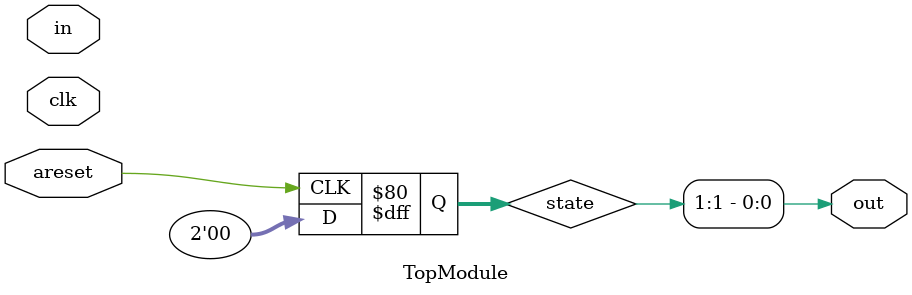
<source format=sv>

module TopModule (
  input clk,
  input in,
  input areset,
  output out
);
reg [1:0] state;
reg [1:0] next_state;

// Asynchronous reset
always @(posedge areset) begin
    if (areset) begin
        state <= 2'b00; // Reset to state A
    end else begin
        state <= next_state;
    end
end

// State transition table
always @(*) begin
    case(state)
        2'b00: // State A
            if(in == 0) next_state = 2'b01;
            else if(in == 1) next_state = 2'b10;
            else next_state = state; // No change

        2'b01: // State B
            if(in == 0) next_state = 2'b11;
            else if(in == 1) next_state = 2'b00;
            else next_state = state; // No change

        2'b10: // State C
            if(in == 0) next_state = 2'b01;
            else if(in == 1) next_state = 2'b11;
            else next_state = state; // No change

        2'b11: // State D
            if(in == 0) next_state = 2'b10;
            else if(in == 1) next_state = 2'b00;
            else next_state = state; // No change
    endcase
end

// Output logic (Moore machine)
assign out = state[1];

endmodule

</source>
